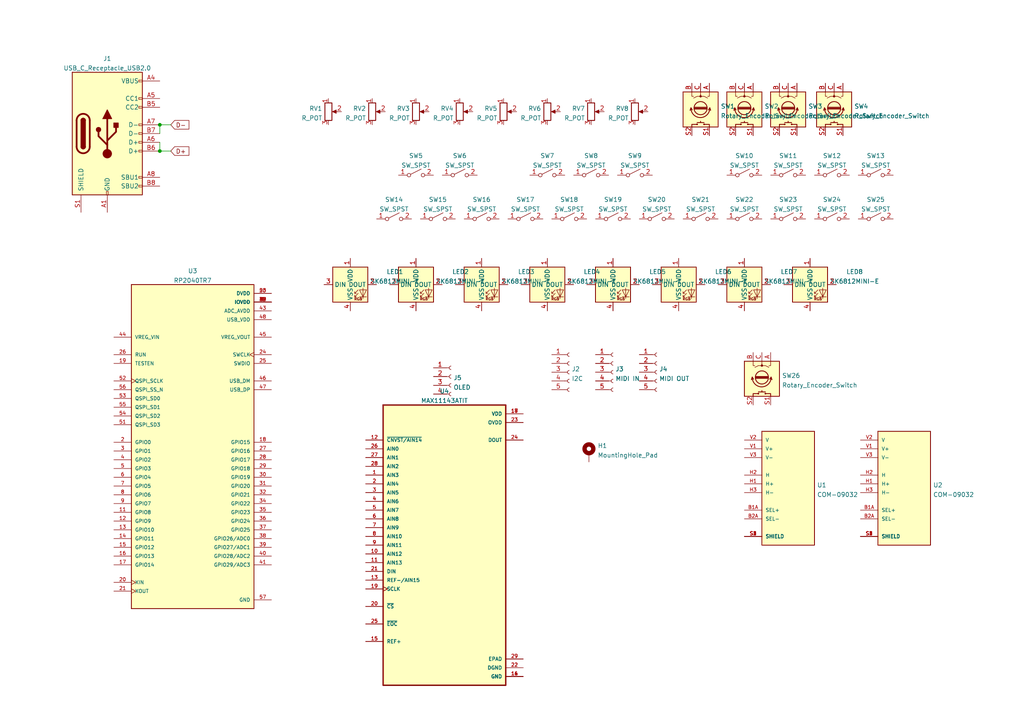
<source format=kicad_sch>
(kicad_sch (version 20211123) (generator eeschema)
  (paper "A4")
  (lib_symbols
    (symbol "COM-09032:COM-09032" (pin_names (offset 1.016))
      (property "Reference" "U" (at -7.62 16.002 0))
      (property "Value" "COM-09032" (at -7.62 -20.32 0))
      (symbol "COM-09032_0_0"
        (rectangle (start -7.62 -17.78) (end 7.62 15.24) (stroke (width 0.254)) (fill (type background)))
        (pin passive line (at -12.7 -7.62 0) (length 5.08) (name "SEL+") (number "B1A"))
        (pin passive line (at -12.7 -10.16 0) (length 5.08) (name "SEL-") (number "B2A"))
        (pin passive line (at -12.7 0 0) (length 5.08) (name "H+") (number "H1"))
        (pin passive line (at -12.7 2.54 0) (length 5.08) (name "H") (number "H2"))
        (pin passive line (at -12.7 -2.54 0) (length 5.08) (name "H-") (number "H3"))
        (pin passive line (at -12.7 -15.24 0) (length 5.08) (name "SHIELD") (number "S1"))
        (pin passive line (at -12.7 -15.24 0) (length 5.08) (name "SHIELD") (number "S2"))
        (pin passive line (at -12.7 -15.24 0) (length 5.08) (name "SHIELD") (number "S3"))
        (pin passive line (at -12.7 -15.24 0) (length 5.08) (name "SHIELD") (number "S4"))
        (pin passive line (at -12.7 10.16 0) (length 5.08) (name "V+") (number "V1"))
        (pin passive line (at -12.7 12.7 0) (length 5.08) (name "V") (number "V2"))
        (pin passive line (at -12.7 7.62 0) (length 5.08) (name "V-") (number "V3"))
      )
    )
    (symbol "Connector:Conn_01x04_Female" (pin_names (offset 1.016) hide)
      (property "Reference" "J" (at 0 5.08 0))
      (property "Value" "Conn_01x04_Female" (at 0 -7.62 0))
      (symbol "Conn_01x04_Female_1_1"
        (arc (start 0 -4.572) (mid -0.508 -5.08) (end 0 -5.588) (stroke (width 0.1524)))
        (arc (start 0 -2.032) (mid -0.508 -2.54) (end 0 -3.048) (stroke (width 0.1524)))
        (polyline (pts (xy -1.27 -5.08) (xy -0.508 -5.08)) (stroke (width 0.1524)))
        (polyline (pts (xy -1.27 -2.54) (xy -0.508 -2.54)) (stroke (width 0.1524)))
        (polyline (pts (xy -1.27 0) (xy -0.508 0)) (stroke (width 0.1524)))
        (polyline (pts (xy -1.27 2.54) (xy -0.508 2.54)) (stroke (width 0.1524)))
        (arc (start 0 0.508) (mid -0.508 0) (end 0 -0.508) (stroke (width 0.1524)))
        (arc (start 0 3.048) (mid -0.508 2.54) (end 0 2.032) (stroke (width 0.1524)))
        (pin passive line (at -5.08 2.54 0) (length 3.81) (name "Pin_1") (number "1"))
        (pin passive line (at -5.08 0 0) (length 3.81) (name "Pin_2") (number "2"))
        (pin passive line (at -5.08 -2.54 0) (length 3.81) (name "Pin_3") (number "3"))
        (pin passive line (at -5.08 -5.08 0) (length 3.81) (name "Pin_4") (number "4"))
      )
    )
    (symbol "Connector:Conn_01x05_Female" (pin_names (offset 1.016) hide)
      (property "Reference" "J" (at 0 7.62 0))
      (property "Value" "Conn_01x05_Female" (at 0 -7.62 0))
      (symbol "Conn_01x05_Female_1_1"
        (arc (start 0 -4.572) (mid -0.508 -5.08) (end 0 -5.588) (stroke (width 0.1524)))
        (arc (start 0 -2.032) (mid -0.508 -2.54) (end 0 -3.048) (stroke (width 0.1524)))
        (polyline (pts (xy -1.27 -5.08) (xy -0.508 -5.08)) (stroke (width 0.1524)))
        (polyline (pts (xy -1.27 -2.54) (xy -0.508 -2.54)) (stroke (width 0.1524)))
        (polyline (pts (xy -1.27 0) (xy -0.508 0)) (stroke (width 0.1524)))
        (polyline (pts (xy -1.27 2.54) (xy -0.508 2.54)) (stroke (width 0.1524)))
        (polyline (pts (xy -1.27 5.08) (xy -0.508 5.08)) (stroke (width 0.1524)))
        (arc (start 0 0.508) (mid -0.508 0) (end 0 -0.508) (stroke (width 0.1524)))
        (arc (start 0 3.048) (mid -0.508 2.54) (end 0 2.032) (stroke (width 0.1524)))
        (arc (start 0 5.588) (mid -0.508 5.08) (end 0 4.572) (stroke (width 0.1524)))
        (pin passive line (at -5.08 5.08 0) (length 3.81) (name "Pin_1") (number "1"))
        (pin passive line (at -5.08 2.54 0) (length 3.81) (name "Pin_2") (number "2"))
        (pin passive line (at -5.08 0 0) (length 3.81) (name "Pin_3") (number "3"))
        (pin passive line (at -5.08 -2.54 0) (length 3.81) (name "Pin_4") (number "4"))
        (pin passive line (at -5.08 -5.08 0) (length 3.81) (name "Pin_5") (number "5"))
      )
    )
    (symbol "Connector:USB_C_Receptacle_USB2.0" (pin_names (offset 1.016))
      (property "Reference" "J" (at -10.16 19.05 0))
      (property "Value" "USB_C_Receptacle_USB2.0" (at 19.05 19.05 0))
      (symbol "USB_C_Receptacle_USB2.0_0_0"
        (rectangle (start -0.254 -17.78) (end 0.254 -16.764))
        (rectangle (start 10.16 -14.986) (end 9.144 -15.494))
        (rectangle (start 10.16 -12.446) (end 9.144 -12.954))
        (rectangle (start 10.16 -4.826) (end 9.144 -5.334))
        (rectangle (start 10.16 -2.286) (end 9.144 -2.794))
        (rectangle (start 10.16 0.254) (end 9.144 -0.254))
        (rectangle (start 10.16 2.794) (end 9.144 2.286))
        (rectangle (start 10.16 7.874) (end 9.144 7.366))
        (rectangle (start 10.16 10.414) (end 9.144 9.906))
        (rectangle (start 10.16 15.494) (end 9.144 14.986))
      )
      (symbol "USB_C_Receptacle_USB2.0_0_1"
        (rectangle (start -10.16 17.78) (end 10.16 -17.78) (stroke (width 0.254)) (fill (type background)))
        (arc (start -8.89 -3.81) (mid -6.985 -5.715) (end -5.08 -3.81) (stroke (width 0.508)))
        (arc (start -7.62 -3.81) (mid -6.985 -4.445) (end -6.35 -3.81) (stroke (width 0.254)))
        (arc (start -7.62 -3.81) (mid -6.985 -4.445) (end -6.35 -3.81) (stroke (width 0.254)) (fill (type outline)))
        (rectangle (start -7.62 -3.81) (end -6.35 3.81) (stroke (width 0.254)) (fill (type outline)))
        (arc (start -6.35 3.81) (mid -6.985 4.445) (end -7.62 3.81) (stroke (width 0.254)))
        (arc (start -6.35 3.81) (mid -6.985 4.445) (end -7.62 3.81) (stroke (width 0.254)) (fill (type outline)))
        (arc (start -5.08 3.81) (mid -6.985 5.715) (end -8.89 3.81) (stroke (width 0.508)))
        (circle (center -2.54 1.143) (radius 0.635) (stroke (width 0.254)) (fill (type outline)))
        (circle (center 0 -5.842) (radius 1.27) (fill (type outline)))
        (polyline (pts (xy -8.89 -3.81) (xy -8.89 3.81)) (stroke (width 0.508)))
        (polyline (pts (xy -5.08 3.81) (xy -5.08 -3.81)) (stroke (width 0.508)))
        (polyline (pts (xy 0 -5.842) (xy 0 4.318)) (stroke (width 0.508)))
        (polyline (pts (xy 0 -3.302) (xy -2.54 -0.762) (xy -2.54 0.508)) (stroke (width 0.508)))
        (polyline (pts (xy 0 -2.032) (xy 2.54 0.508) (xy 2.54 1.778)) (stroke (width 0.508)))
        (polyline (pts (xy -1.27 4.318) (xy 0 6.858) (xy 1.27 4.318) (xy -1.27 4.318)) (stroke (width 0.254)) (fill (type outline)))
        (rectangle (start 1.905 1.778) (end 3.175 3.048) (stroke (width 0.254)) (fill (type outline)))
      )
      (symbol "USB_C_Receptacle_USB2.0_1_1"
        (pin passive line (at 0 -22.86 90) (length 5.08) (name "GND") (number "A1"))
        (pin passive line (at 0 -22.86 90) (length 5.08) hide (name "GND") (number "A12"))
        (pin passive line (at 15.24 15.24 180) (length 5.08) (name "VBUS") (number "A4"))
        (pin bidirectional line (at 15.24 10.16 180) (length 5.08) (name "CC1") (number "A5"))
        (pin bidirectional line (at 15.24 -2.54 180) (length 5.08) (name "D+") (number "A6"))
        (pin bidirectional line (at 15.24 2.54 180) (length 5.08) (name "D-") (number "A7"))
        (pin bidirectional line (at 15.24 -12.7 180) (length 5.08) (name "SBU1") (number "A8"))
        (pin passive line (at 15.24 15.24 180) (length 5.08) hide (name "VBUS") (number "A9"))
        (pin passive line (at 0 -22.86 90) (length 5.08) hide (name "GND") (number "B1"))
        (pin passive line (at 0 -22.86 90) (length 5.08) hide (name "GND") (number "B12"))
        (pin passive line (at 15.24 15.24 180) (length 5.08) hide (name "VBUS") (number "B4"))
        (pin bidirectional line (at 15.24 7.62 180) (length 5.08) (name "CC2") (number "B5"))
        (pin bidirectional line (at 15.24 -5.08 180) (length 5.08) (name "D+") (number "B6"))
        (pin bidirectional line (at 15.24 0 180) (length 5.08) (name "D-") (number "B7"))
        (pin bidirectional line (at 15.24 -15.24 180) (length 5.08) (name "SBU2") (number "B8"))
        (pin passive line (at 15.24 15.24 180) (length 5.08) hide (name "VBUS") (number "B9"))
        (pin passive line (at -7.62 -22.86 90) (length 5.08) (name "SHIELD") (number "S1"))
      )
    )
    (symbol "Device:R_POT" (pin_names (offset 1.016) hide)
      (property "Reference" "RV" (at -4.445 0 90))
      (property "Value" "R_POT" (at -2.54 0 90))
      (symbol "R_POT_0_1"
        (polyline (pts (xy 2.54 0) (xy 1.524 0)))
        (polyline (pts (xy 1.143 0) (xy 2.286 0.508) (xy 2.286 -0.508) (xy 1.143 0)) (fill (type outline)))
        (rectangle (start 1.016 2.54) (end -1.016 -2.54) (stroke (width 0.254)))
      )
      (symbol "R_POT_1_1"
        (pin passive line (at 0 3.81 270) (length 1.27) (name "1") (number "1"))
        (pin passive line (at 3.81 0 180) (length 1.27) (name "2") (number "2"))
        (pin passive line (at 0 -3.81 90) (length 1.27) (name "3") (number "3"))
      )
    )
    (symbol "Device:Rotary_Encoder_Switch" (pin_names (offset 0.254) hide)
      (property "Reference" "SW" (at 0 6.604 0))
      (property "Value" "Rotary_Encoder_Switch" (at 0 -6.604 0))
      (symbol "Rotary_Encoder_Switch_0_1"
        (rectangle (start -5.08 5.08) (end 5.08 -5.08) (stroke (width 0.254)) (fill (type background)))
        (circle (center -3.81 0) (radius 0.254) (fill (type outline)))
        (arc (start -0.381 -2.794) (mid 2.3622 -0.0635) (end -0.381 2.667) (stroke (width 0.254)))
        (circle (center -0.381 0) (radius 1.905) (stroke (width 0.254)))
        (polyline (pts (xy -0.635 -1.778) (xy -0.635 1.778)) (stroke (width 0.254)))
        (polyline (pts (xy -0.381 -1.778) (xy -0.381 1.778)) (stroke (width 0.254)))
        (polyline (pts (xy -0.127 1.778) (xy -0.127 -1.778)) (stroke (width 0.254)))
        (polyline (pts (xy 3.81 0) (xy 3.429 0)) (stroke (width 0.254)))
        (polyline (pts (xy 3.81 1.016) (xy 3.81 -1.016)) (stroke (width 0.254)))
        (polyline (pts (xy -5.08 -2.54) (xy -3.81 -2.54) (xy -3.81 -2.032)))
        (polyline (pts (xy -5.08 2.54) (xy -3.81 2.54) (xy -3.81 2.032)))
        (polyline (pts (xy 0.254 -3.048) (xy -0.508 -2.794) (xy 0.127 -2.413)) (stroke (width 0.254)))
        (polyline (pts (xy 0.254 2.921) (xy -0.508 2.667) (xy 0.127 2.286)) (stroke (width 0.254)))
        (polyline (pts (xy 5.08 -2.54) (xy 4.318 -2.54) (xy 4.318 -1.016)) (stroke (width 0.254)))
        (polyline (pts (xy 5.08 2.54) (xy 4.318 2.54) (xy 4.318 1.016)) (stroke (width 0.254)))
        (polyline (pts (xy -5.08 0) (xy -3.81 0) (xy -3.81 -1.016) (xy -3.302 -2.032)))
        (polyline (pts (xy -4.318 0) (xy -3.81 0) (xy -3.81 1.016) (xy -3.302 2.032)))
        (circle (center 4.318 -1.016) (radius 0.127) (stroke (width 0.254)))
        (circle (center 4.318 1.016) (radius 0.127) (stroke (width 0.254)))
      )
      (symbol "Rotary_Encoder_Switch_1_1"
        (pin passive line (at -7.62 2.54 0) (length 2.54) (name "A") (number "A"))
        (pin passive line (at -7.62 -2.54 0) (length 2.54) (name "B") (number "B"))
        (pin passive line (at -7.62 0 0) (length 2.54) (name "C") (number "C"))
        (pin passive line (at 7.62 2.54 180) (length 2.54) (name "S1") (number "S1"))
        (pin passive line (at 7.62 -2.54 180) (length 2.54) (name "S2") (number "S2"))
      )
    )
    (symbol "MAX11143ATIT:MAX11143ATIT" (pin_names (offset 1.016))
      (property "Reference" "U" (at -17.78 41.6306 0))
      (property "Value" "MAX11143ATIT" (at -17.78 -44.6278 0))
      (symbol "MAX11143ATIT_0_0"
        (rectangle (start -17.78 -40.64) (end 17.78 40.64) (stroke (width 0.4064)) (fill (type background)))
        (pin input line (at -22.86 20.32 0) (length 5.08) (name "AIN3") (number "1"))
        (pin input line (at -22.86 -2.54 0) (length 5.08) (name "AIN12") (number "10"))
        (pin input line (at -22.86 -5.08 0) (length 5.08) (name "AIN13") (number "11"))
        (pin input line (at -22.86 30.48 0) (length 5.08) (name "~{CNVST/AIN14}") (number "12"))
        (pin input line (at -22.86 -10.16 0) (length 5.08) (name "REF-/AIN15") (number "13"))
        (pin power_in line (at 22.86 -38.1 180) (length 5.08) (name "GND") (number "14"))
        (pin bidirectional line (at -22.86 -27.94 0) (length 5.08) (name "REF+") (number "15"))
        (pin power_in line (at 22.86 -38.1 180) (length 5.08) (name "GND") (number "16"))
        (pin power_in line (at 22.86 38.1 180) (length 5.08) (name "VDD") (number "17"))
        (pin power_in line (at 22.86 38.1 180) (length 5.08) (name "VDD") (number "18"))
        (pin input clock (at -22.86 -12.7 0) (length 5.08) (name "SCLK") (number "19"))
        (pin input line (at -22.86 17.78 0) (length 5.08) (name "AIN4") (number "2"))
        (pin bidirectional line (at -22.86 -17.78 0) (length 5.08) (name "~{CS}") (number "20"))
        (pin input line (at -22.86 -7.62 0) (length 5.08) (name "DIN") (number "21"))
        (pin power_in line (at 22.86 -35.56 180) (length 5.08) (name "DGND") (number "22"))
        (pin power_in line (at 22.86 35.56 180) (length 5.08) (name "OVDD") (number "23"))
        (pin output line (at 22.86 30.48 180) (length 5.08) (name "DOUT") (number "24"))
        (pin bidirectional line (at -22.86 -22.86 0) (length 5.08) (name "~{EOC}") (number "25"))
        (pin input line (at -22.86 27.94 0) (length 5.08) (name "AIN0") (number "26"))
        (pin input line (at -22.86 25.4 0) (length 5.08) (name "AIN1") (number "27"))
        (pin input line (at -22.86 22.86 0) (length 5.08) (name "AIN2") (number "28"))
        (pin power_in line (at 22.86 -33.02 180) (length 5.08) (name "EPAD") (number "29"))
        (pin input line (at -22.86 15.24 0) (length 5.08) (name "AIN5") (number "3"))
        (pin input line (at -22.86 12.7 0) (length 5.08) (name "AIN6") (number "4"))
        (pin input line (at -22.86 10.16 0) (length 5.08) (name "AIN7") (number "5"))
        (pin input line (at -22.86 7.62 0) (length 5.08) (name "AIN8") (number "6"))
        (pin input line (at -22.86 5.08 0) (length 5.08) (name "AIN9") (number "7"))
        (pin input line (at -22.86 2.54 0) (length 5.08) (name "AIN10") (number "8"))
        (pin input line (at -22.86 0 0) (length 5.08) (name "AIN11") (number "9"))
      )
    )
    (symbol "Mechanical:MountingHole_Pad" (pin_numbers hide) (pin_names (offset 1.016) hide)
      (property "Reference" "H" (at 0 6.35 0))
      (property "Value" "MountingHole_Pad" (at 0 4.445 0))
      (symbol "MountingHole_Pad_0_1"
        (circle (center 0 1.27) (radius 1.27) (stroke (width 1.27)))
      )
      (symbol "MountingHole_Pad_1_1"
        (pin input line (at 0 -2.54 90) (length 2.54) (name "1") (number "1"))
      )
    )
    (symbol "RP2040TR7:RP2040TR7" (pin_names (offset 1.016))
      (property "Reference" "U" (at -17.78 46.99 0))
      (property "Value" "RP2040TR7" (at -17.526 -51.562 0))
      (symbol "RP2040TR7_0_0"
        (rectangle (start -17.78 -48.26) (end 17.78 45.72) (stroke (width 0.254)) (fill (type background)))
        (pin power_in line (at 22.86 40.64 180) (length 5.08) (name "IOVDD") (number "1"))
        (pin power_in line (at 22.86 40.64 180) (length 5.08) (name "IOVDD") (number "10"))
        (pin bidirectional line (at -22.86 -20.32 0) (length 5.08) (name "GPIO8") (number "11"))
        (pin bidirectional line (at -22.86 -22.86 0) (length 5.08) (name "GPIO9") (number "12"))
        (pin bidirectional line (at -22.86 -25.4 0) (length 5.08) (name "GPIO10") (number "13"))
        (pin bidirectional line (at -22.86 -27.94 0) (length 5.08) (name "GPIO11") (number "14"))
        (pin bidirectional line (at -22.86 -30.48 0) (length 5.08) (name "GPIO12") (number "15"))
        (pin bidirectional line (at -22.86 -33.02 0) (length 5.08) (name "GPIO13") (number "16"))
        (pin bidirectional line (at -22.86 -35.56 0) (length 5.08) (name "GPIO14") (number "17"))
        (pin bidirectional line (at 22.86 0 180) (length 5.08) (name "GPIO15") (number "18"))
        (pin input line (at -22.86 22.86 0) (length 5.08) (name "TESTEN") (number "19"))
        (pin bidirectional line (at -22.86 0 0) (length 5.08) (name "GPIO0") (number "2"))
        (pin input clock (at -22.86 -40.64 0) (length 5.08) (name "XIN") (number "20"))
        (pin output clock (at -22.86 -43.18 0) (length 5.08) (name "XOUT") (number "21"))
        (pin power_in line (at 22.86 40.64 180) (length 5.08) (name "IOVDD") (number "22"))
        (pin power_in line (at 22.86 43.18 180) (length 5.08) (name "DVDD") (number "23"))
        (pin input clock (at 22.86 25.4 180) (length 5.08) (name "SWCLK") (number "24"))
        (pin bidirectional line (at 22.86 22.86 180) (length 5.08) (name "SWDIO") (number "25"))
        (pin input line (at -22.86 25.4 0) (length 5.08) (name "RUN") (number "26"))
        (pin bidirectional line (at 22.86 -2.54 180) (length 5.08) (name "GPIO16") (number "27"))
        (pin bidirectional line (at 22.86 -5.08 180) (length 5.08) (name "GPIO17") (number "28"))
        (pin bidirectional line (at 22.86 -7.62 180) (length 5.08) (name "GPIO18") (number "29"))
        (pin bidirectional line (at -22.86 -2.54 0) (length 5.08) (name "GPIO1") (number "3"))
        (pin bidirectional line (at 22.86 -10.16 180) (length 5.08) (name "GPIO19") (number "30"))
        (pin bidirectional line (at 22.86 -12.7 180) (length 5.08) (name "GPIO20") (number "31"))
        (pin bidirectional line (at 22.86 -15.24 180) (length 5.08) (name "GPIO21") (number "32"))
        (pin power_in line (at 22.86 40.64 180) (length 5.08) (name "IOVDD") (number "33"))
        (pin bidirectional line (at 22.86 -17.78 180) (length 5.08) (name "GPIO22") (number "34"))
        (pin bidirectional line (at 22.86 -20.32 180) (length 5.08) (name "GPIO23") (number "35"))
        (pin bidirectional line (at 22.86 -22.86 180) (length 5.08) (name "GPIO24") (number "36"))
        (pin bidirectional line (at 22.86 -25.4 180) (length 5.08) (name "GPIO25") (number "37"))
        (pin bidirectional line (at 22.86 -27.94 180) (length 5.08) (name "GPIO26/ADC0") (number "38"))
        (pin bidirectional line (at 22.86 -30.48 180) (length 5.08) (name "GPIO27/ADC1") (number "39"))
        (pin bidirectional line (at -22.86 -5.08 0) (length 5.08) (name "GPIO2") (number "4"))
        (pin bidirectional line (at 22.86 -33.02 180) (length 5.08) (name "GPIO28/ADC2") (number "40"))
        (pin bidirectional line (at 22.86 -35.56 180) (length 5.08) (name "GPIO29/ADC3") (number "41"))
        (pin power_in line (at 22.86 40.64 180) (length 5.08) (name "IOVDD") (number "42"))
        (pin power_in line (at 22.86 38.1 180) (length 5.08) (name "ADC_AVDD") (number "43"))
        (pin input line (at -22.86 30.48 0) (length 5.08) (name "VREG_VIN") (number "44"))
        (pin output line (at 22.86 30.48 180) (length 5.08) (name "VREG_VOUT") (number "45"))
        (pin bidirectional line (at 22.86 17.78 180) (length 5.08) (name "USB_DM") (number "46"))
        (pin bidirectional line (at 22.86 15.24 180) (length 5.08) (name "USB_DP") (number "47"))
        (pin power_in line (at 22.86 35.56 180) (length 5.08) (name "USB_VDD") (number "48"))
        (pin power_in line (at 22.86 40.64 180) (length 5.08) (name "IOVDD") (number "49"))
        (pin bidirectional line (at -22.86 -7.62 0) (length 5.08) (name "GPIO3") (number "5"))
        (pin power_in line (at 22.86 43.18 180) (length 5.08) (name "DVDD") (number "50"))
        (pin bidirectional line (at -22.86 5.08 0) (length 5.08) (name "QSPI_SD3") (number "51"))
        (pin bidirectional clock (at -22.86 17.78 0) (length 5.08) (name "QSPI_SCLK") (number "52"))
        (pin bidirectional line (at -22.86 12.7 0) (length 5.08) (name "QSPI_SD0") (number "53"))
        (pin bidirectional line (at -22.86 7.62 0) (length 5.08) (name "QSPI_SD2") (number "54"))
        (pin bidirectional line (at -22.86 10.16 0) (length 5.08) (name "QSPI_SD1") (number "55"))
        (pin bidirectional line (at -22.86 15.24 0) (length 5.08) (name "QSPI_SS_N") (number "56"))
        (pin power_in line (at 22.86 -45.72 180) (length 5.08) (name "GND") (number "57"))
        (pin bidirectional line (at -22.86 -10.16 0) (length 5.08) (name "GPIO4") (number "6"))
        (pin bidirectional line (at -22.86 -12.7 0) (length 5.08) (name "GPIO5") (number "7"))
        (pin bidirectional line (at -22.86 -15.24 0) (length 5.08) (name "GPIO6") (number "8"))
        (pin bidirectional line (at -22.86 -17.78 0) (length 5.08) (name "GPIO7") (number "9"))
      )
    )
    (symbol "Switch:SW_SPST" (pin_names (offset 0) hide)
      (property "Reference" "SW" (at 0 3.175 0))
      (property "Value" "SW_SPST" (at 0 -2.54 0))
      (symbol "SW_SPST_0_0"
        (circle (center -2.032 0) (radius 0.508))
        (polyline (pts (xy -1.524 0.254) (xy 1.524 1.778)))
        (circle (center 2.032 0) (radius 0.508))
      )
      (symbol "SW_SPST_1_1"
        (pin passive line (at -5.08 0 0) (length 2.54) (name "A") (number "1"))
        (pin passive line (at 5.08 0 180) (length 2.54) (name "B") (number "2"))
      )
    )
    (symbol "marbastlib-various:SK6812MINI-E"
      (property "Reference" "LED" (at 2.54 -6.35 0))
      (property "Value" "SK6812MINI-E" (at 7.62 6.35 0))
      (symbol "SK6812MINI-E_0_0"
        (text "RGB" (at 2.286 -4.191 0) (effects (font (size 0.762 0.762))))
      )
      (symbol "SK6812MINI-E_0_1"
        (polyline (pts (xy 1.27 -3.556) (xy 1.778 -3.556)))
        (polyline (pts (xy 1.27 -2.54) (xy 1.778 -2.54)))
        (polyline (pts (xy 4.699 -3.556) (xy 2.667 -3.556)))
        (polyline (pts (xy 2.286 -2.54) (xy 1.27 -3.556) (xy 1.27 -3.048)))
        (polyline (pts (xy 2.286 -1.524) (xy 1.27 -2.54) (xy 1.27 -2.032)))
        (polyline (pts (xy 3.683 -1.016) (xy 3.683 -3.556) (xy 3.683 -4.064)))
        (polyline (pts (xy 4.699 -1.524) (xy 2.667 -1.524) (xy 3.683 -3.556) (xy 4.699 -1.524)))
        (rectangle (start 5.08 5.08) (end -5.08 -5.08) (stroke (width 0.254)) (fill (type background)))
      )
      (symbol "SK6812MINI-E_1_1"
        (pin power_in line (at 0 7.62 270) (length 2.54) (name "VDD") (number "1"))
        (pin output line (at 7.62 0 180) (length 2.54) (name "DOUT") (number "2"))
        (pin input line (at -7.62 0 0) (length 2.54) (name "DIN") (number "3"))
        (pin power_in line (at 0 -7.62 90) (length 2.54) (name "VSS") (number "4"))
      )
    )
  )
  (junction (at 46.355 43.815))
  (junction (at 46.355 36.195))
  (wire (pts (xy 46.355 41.275) (xy 46.355 43.815)))
  (wire (pts (xy 46.355 36.195) (xy 46.355 38.735)))
  (wire (pts (xy 46.355 43.815) (xy 49.53 43.815)))
  (wire (pts (xy 46.355 36.195) (xy 49.53 36.195)))
  (global_label "D+" (shape input) (at 49.53 43.815 0) (property "Intersheet References" "${INTERSHEET_REFS}" (effects hide)))
  (global_label "D-" (shape input) (at 49.53 36.195 0) (property "Intersheet References" "${INTERSHEET_REFS}" (effects hide)))
  (symbol (lib_id "Device:R_POT") (at 95.25 32.385 0) (unit 1)
    (property "Reference" "RV1" (at 93.4721 31.4765 0) (effects (justify right)))
    (property "Value" "R_POT" (at 93.4721 34.2516 0) (effects (justify right)))
    (property "Footprint" "Potentiometer_THT:Potentiometer_Bourns_PTA2043_Single_Slide" (effects hide))
  )
  (symbol (lib_id "COM-09032:COM-09032") (at 228.6 140.335 0) (unit 1)
    (property "Reference" "U1" (at 236.982 140.6965 0) (effects (justify left)))
    (property "Value" "COM-09032" (at 236.982 143.4716 0) (effects (justify left)))
    (property "Footprint" "SnapEDA Library:XDCR_COM-09032" (effects hide))
    (property "MAXIMUM_PACKAGE_HEIGHT" "30.1mm" (effects hide))
    (property "PARTREV" "N/A" (effects hide))
    (property "MANUFACTURER" "SparkFun Electronics" (effects hide))
    (property "STANDARD" "Manufacturer Recommendations" (effects hide))
  )
  (symbol (lib_id "Switch:SW_SPST") (at 177.8 63.5 0) (unit 1)
    (property "Reference" "SW19" (at 177.8 57.8825 0))
    (property "Value" "SW_SPST" (at 177.8 60.6576 0))
    (property "Footprint" "marbastlib-mx:SW_MX_HS_1u" (effects hide))
  )
  (symbol (lib_id "Switch:SW_SPST") (at 171.45 50.8 0) (unit 1)
    (property "Reference" "SW8" (at 171.45 45.1825 0))
    (property "Value" "SW_SPST" (at 171.45 47.9576 0))
    (property "Footprint" "marbastlib-mx:SW_MX_HS_1u" (effects hide))
  )
  (symbol (lib_id "marbastlib-various:SK6812MINI-E") (at 120.65 82.55 0) (unit 1)
    (property "Reference" "LED2" (at 133.5866 78.8248 0))
    (property "Value" "SK6812MINI-E" (at 133.5866 81.5999 0))
    (property "Footprint" "marbastlib-mx:LED_MX_6028R" (effects hide))
  )
  (symbol (lib_id "Device:R_POT") (at 171.45 32.385 0) (unit 1)
    (property "Reference" "RV7" (at 169.6721 31.4765 0) (effects (justify right)))
    (property "Value" "R_POT" (at 169.6721 34.2516 0) (effects (justify right)))
    (property "Footprint" "Potentiometer_THT:Potentiometer_Bourns_PTA2043_Single_Slide" (effects hide))
  )
  (symbol (lib_id "Switch:SW_SPST") (at 120.65 50.8 0) (unit 1)
    (property "Reference" "SW5" (at 120.65 45.1825 0))
    (property "Value" "SW_SPST" (at 120.65 47.9576 0))
    (property "Footprint" "marbastlib-mx:SW_MX_HS_1u" (effects hide))
  )
  (symbol (lib_id "Switch:SW_SPST") (at 184.15 50.8 0) (unit 1)
    (property "Reference" "SW9" (at 184.15 45.1825 0))
    (property "Value" "SW_SPST" (at 184.15 47.9576 0))
    (property "Footprint" "marbastlib-mx:SW_MX_HS_1u" (effects hide))
  )
  (symbol (lib_id "Switch:SW_SPST") (at 127 63.5 0) (unit 1)
    (property "Reference" "SW15" (at 127 57.8825 0))
    (property "Value" "SW_SPST" (at 127 60.6576 0))
    (property "Footprint" "marbastlib-mx:SW_MX_HS_1u" (effects hide))
  )
  (symbol (lib_id "Switch:SW_SPST") (at 190.5 63.5 0) (unit 1)
    (property "Reference" "SW20" (at 190.5 57.8825 0))
    (property "Value" "SW_SPST" (at 190.5 60.6576 0))
    (property "Footprint" "marbastlib-mx:SW_MX_HS_1u" (effects hide))
  )
  (symbol (lib_id "Switch:SW_SPST") (at 241.3 63.5 0) (unit 1)
    (property "Reference" "SW24" (at 241.3 57.8825 0))
    (property "Value" "SW_SPST" (at 241.3 60.6576 0))
    (property "Footprint" "marbastlib-mx:SW_MX_HS_1u" (effects hide))
  )
  (symbol (lib_id "Switch:SW_SPST") (at 152.4 63.5 0) (unit 1)
    (property "Reference" "SW17" (at 152.4 57.8825 0))
    (property "Value" "SW_SPST" (at 152.4 60.6576 0))
    (property "Footprint" "marbastlib-mx:SW_MX_HS_1u" (effects hide))
  )
  (symbol (lib_id "Connector:Conn_01x05_Female") (at 165.1 107.95 0) (unit 1)
    (property "Reference" "J2" (at 165.8112 107.0415 0) (effects (justify left)))
    (property "Value" "I2C" (at 165.8112 109.8166 0) (effects (justify left)))
    (property "Footprint" "Keebio-Parts:TRRS_Jack" (effects hide))
  )
  (symbol (lib_id "marbastlib-various:SK6812MINI-E") (at 101.6 82.55 0) (unit 1)
    (property "Reference" "LED1" (at 114.5366 78.8248 0))
    (property "Value" "SK6812MINI-E" (at 114.5366 81.5999 0))
    (property "Footprint" "marbastlib-mx:LED_MX_6028R" (effects hide))
  )
  (symbol (lib_id "marbastlib-various:SK6812MINI-E") (at 196.85 82.55 0) (unit 1)
    (property "Reference" "LED6" (at 209.7866 78.8248 0))
    (property "Value" "SK6812MINI-E" (at 209.7866 81.5999 0))
    (property "Footprint" "marbastlib-mx:LED_MX_6028R" (effects hide))
  )
  (symbol (lib_id "Switch:SW_SPST") (at 254 50.8 0) (unit 1)
    (property "Reference" "SW13" (at 254 45.1825 0))
    (property "Value" "SW_SPST" (at 254 47.9576 0))
    (property "Footprint" "marbastlib-mx:SW_MX_HS_1u" (effects hide))
  )
  (symbol (lib_id "marbastlib-various:SK6812MINI-E") (at 215.9 82.55 0) (unit 1)
    (property "Reference" "LED7" (at 228.8366 78.8248 0))
    (property "Value" "SK6812MINI-E" (at 228.8366 81.5999 0))
    (property "Footprint" "marbastlib-mx:LED_MX_6028R" (effects hide))
  )
  (symbol (lib_id "Switch:SW_SPST") (at 203.2 63.5 0) (unit 1)
    (property "Reference" "SW21" (at 203.2 57.8825 0))
    (property "Value" "SW_SPST" (at 203.2 60.6576 0))
    (property "Footprint" "marbastlib-mx:SW_MX_HS_1u" (effects hide))
  )
  (symbol (lib_id "Device:Rotary_Encoder_Switch") (at 228.6 31.75 270) (unit 1)
    (property "Reference" "SW3" (at 234.442 30.8415 90) (effects (justify left)))
    (property "Value" "Rotary_Encoder_Switch" (at 234.442 33.6166 90) (effects (justify left)))
    (property "Footprint" "Keebio-Parts:RotaryEncoder_Alps_EC11E-Switch_Vertical_H20mm" (effects hide))
  )
  (symbol (lib_id "Device:R_POT") (at 158.75 32.385 0) (unit 1)
    (property "Reference" "RV6" (at 156.9721 31.4765 0) (effects (justify right)))
    (property "Value" "R_POT" (at 156.9721 34.2516 0) (effects (justify right)))
    (property "Footprint" "Potentiometer_THT:Potentiometer_Bourns_PTA2043_Single_Slide" (effects hide))
  )
  (symbol (lib_id "Switch:SW_SPST") (at 228.6 63.5 0) (unit 1)
    (property "Reference" "SW23" (at 228.6 57.8825 0))
    (property "Value" "SW_SPST" (at 228.6 60.6576 0))
    (property "Footprint" "marbastlib-mx:SW_MX_HS_1u" (effects hide))
  )
  (symbol (lib_id "Switch:SW_SPST") (at 114.3 63.5 0) (unit 1)
    (property "Reference" "SW14" (at 114.3 57.8825 0))
    (property "Value" "SW_SPST" (at 114.3 60.6576 0))
    (property "Footprint" "marbastlib-mx:SW_MX_HS_1u" (effects hide))
  )
  (symbol (lib_id "Switch:SW_SPST") (at 133.35 50.8 0) (unit 1)
    (property "Reference" "SW6" (at 133.35 45.1825 0))
    (property "Value" "SW_SPST" (at 133.35 47.9576 0))
    (property "Footprint" "marbastlib-mx:SW_MX_HS_1u" (effects hide))
  )
  (symbol (lib_id "Switch:SW_SPST") (at 139.7 63.5 0) (unit 1)
    (property "Reference" "SW16" (at 139.7 57.8825 0))
    (property "Value" "SW_SPST" (at 139.7 60.6576 0))
    (property "Footprint" "marbastlib-mx:SW_MX_HS_1u" (effects hide))
  )
  (symbol (lib_id "Switch:SW_SPST") (at 165.1 63.5 0) (unit 1)
    (property "Reference" "SW18" (at 165.1 57.8825 0))
    (property "Value" "SW_SPST" (at 165.1 60.6576 0))
    (property "Footprint" "marbastlib-mx:SW_MX_HS_1u" (effects hide))
  )
  (symbol (lib_id "marbastlib-various:SK6812MINI-E") (at 234.95 82.55 0) (unit 1)
    (property "Reference" "LED8" (at 247.8866 78.8248 0))
    (property "Value" "SK6812MINI-E" (at 247.8866 81.5999 0))
    (property "Footprint" "marbastlib-mx:LED_MX_6028R" (effects hide))
  )
  (symbol (lib_id "Device:R_POT") (at 120.65 32.385 0) (unit 1)
    (property "Reference" "RV3" (at 118.8721 31.4765 0) (effects (justify right)))
    (property "Value" "R_POT" (at 118.8721 34.2516 0) (effects (justify right)))
    (property "Footprint" "Potentiometer_THT:Potentiometer_Bourns_PTA2043_Single_Slide" (effects hide))
  )
  (symbol (lib_id "marbastlib-various:SK6812MINI-E") (at 177.8 82.55 0) (unit 1)
    (property "Reference" "LED5" (at 190.7366 78.8248 0))
    (property "Value" "SK6812MINI-E" (at 190.7366 81.5999 0))
    (property "Footprint" "marbastlib-mx:LED_MX_6028R" (effects hide))
  )
  (symbol (lib_id "Device:R_POT") (at 146.05 32.385 0) (unit 1)
    (property "Reference" "RV5" (at 144.2721 31.4765 0) (effects (justify right)))
    (property "Value" "R_POT" (at 144.2721 34.2516 0) (effects (justify right)))
    (property "Footprint" "Potentiometer_THT:Potentiometer_Bourns_PTA2043_Single_Slide" (effects hide))
  )
  (symbol (lib_id "Connector:USB_C_Receptacle_USB2.0") (at 31.115 38.735 0) (unit 1)
    (property "Reference" "J1" (at 31.115 16.9885 0))
    (property "Value" "USB_C_Receptacle_USB2.0" (at 31.115 19.7636 0))
    (property "Footprint" "Connector_USB:USB_C_Receptacle_HRO_TYPE-C-31-M-12" (effects hide))
    (property "Datasheet" "https://www.usb.org/sites/default/files/documents/usb_type-c.zip" (effects hide))
  )
  (symbol (lib_id "Mechanical:MountingHole_Pad") (at 170.815 131.445 0) (unit 1)
    (property "Reference" "H1" (at 173.355 129.2665 0) (effects (justify left)))
    (property "Value" "MountingHole_Pad" (at 173.355 132.0416 0) (effects (justify left)))
    (property "Footprint" "kicad:Minivan-reference" (effects hide))
  )
  (symbol (lib_id "Device:Rotary_Encoder_Switch") (at 241.935 31.75 270) (unit 1)
    (property "Reference" "SW4" (at 247.777 30.8415 90) (effects (justify left)))
    (property "Value" "Rotary_Encoder_Switch" (at 247.777 33.6166 90) (effects (justify left)))
    (property "Footprint" "Keebio-Parts:RotaryEncoder_Alps_EC11E-Switch_Vertical_H20mm" (effects hide))
  )
  (symbol (lib_id "MAX11143ATIT:MAX11143ATIT") (at 128.905 158.115 0) (unit 1)
    (property "Reference" "U4" (at 128.905 113.4323 0))
    (property "Value" "MAX11143ATIT" (at 128.905 116.2074 0))
    (property "Footprint" "SnapEDA Library:QFN50P500X500X80-29N" (effects hide))
  )
  (symbol (lib_id "Device:Rotary_Encoder_Switch") (at 220.98 109.855 270) (unit 1)
    (property "Reference" "SW26" (at 226.822 108.9465 90) (effects (justify left)))
    (property "Value" "Rotary_Encoder_Switch" (at 226.822 111.7216 90) (effects (justify left)))
    (property "Footprint" "Keebio-Parts:RotaryEncoder_Alps_EC11E-Switch_Vertical_H20mm" (effects hide))
  )
  (symbol (lib_id "COM-09032:COM-09032") (at 262.255 140.335 0) (unit 1)
    (property "Reference" "U2" (at 270.637 140.6965 0) (effects (justify left)))
    (property "Value" "COM-09032" (at 270.637 143.4716 0) (effects (justify left)))
    (property "Footprint" "SnapEDA Library:XDCR_COM-09032" (effects hide))
    (property "MAXIMUM_PACKAGE_HEIGHT" "30.1mm" (effects hide))
    (property "PARTREV" "N/A" (effects hide))
    (property "MANUFACTURER" "SparkFun Electronics" (effects hide))
    (property "STANDARD" "Manufacturer Recommendations" (effects hide))
  )
  (symbol (lib_id "Switch:SW_SPST") (at 241.3 50.8 0) (unit 1)
    (property "Reference" "SW12" (at 241.3 45.1825 0))
    (property "Value" "SW_SPST" (at 241.3 47.9576 0))
    (property "Footprint" "marbastlib-mx:SW_MX_HS_1u" (effects hide))
  )
  (symbol (lib_id "Switch:SW_SPST") (at 215.9 50.8 0) (unit 1)
    (property "Reference" "SW10" (at 215.9 45.1825 0))
    (property "Value" "SW_SPST" (at 215.9 47.9576 0))
    (property "Footprint" "marbastlib-mx:SW_MX_HS_1u" (effects hide))
  )
  (symbol (lib_id "RP2040TR7:RP2040TR7") (at 55.88 128.27 0) (unit 1)
    (property "Reference" "U3" (at 55.88 78.5835 0))
    (property "Value" "RP2040TR7" (at 55.88 81.3586 0))
    (property "Footprint" "SnapEDA Library:QFN40P700X700X90-57N" (effects hide))
    (property "MAXIMUM_PACKAGE_HEIGHT" "0.9mm" (effects hide))
    (property "STANDARD" "IPC 7351B" (effects hide))
    (property "PARTREV" "1.7.1" (effects hide))
    (property "MANUFACTURER" "Raspberry Pi" (effects hide))
  )
  (symbol (lib_id "Connector:Conn_01x05_Female") (at 190.5 107.95 0) (unit 1)
    (property "Reference" "J4" (at 191.2112 107.0415 0) (effects (justify left)))
    (property "Value" "MIDI OUT" (at 191.2112 109.8166 0) (effects (justify left)))
    (property "Footprint" "Keebio-Parts:TRRS_Jack" (effects hide))
  )
  (symbol (lib_id "Device:R_POT") (at 133.35 32.385 0) (unit 1)
    (property "Reference" "RV4" (at 131.5721 31.4765 0) (effects (justify right)))
    (property "Value" "R_POT" (at 131.5721 34.2516 0) (effects (justify right)))
    (property "Footprint" "Potentiometer_THT:Potentiometer_Bourns_PTA2043_Single_Slide" (effects hide))
  )
  (symbol (lib_id "Connector:Conn_01x04_Female") (at 130.81 109.22 0) (unit 1)
    (property "Reference" "J5" (at 131.5212 109.5815 0) (effects (justify left)))
    (property "Value" "OLED" (at 131.5212 112.3566 0) (effects (justify left)))
    (property "Footprint" "Connector_PinHeader_2.54mm:PinHeader_1x04_P2.54mm_Vertical" (effects hide))
  )
  (symbol (lib_id "Connector:Conn_01x05_Female") (at 177.8 107.95 0) (unit 1)
    (property "Reference" "J3" (at 178.5112 107.0415 0) (effects (justify left)))
    (property "Value" "MIDI IN" (at 178.5112 109.8166 0) (effects (justify left)))
    (property "Footprint" "Keebio-Parts:TRRS_Jack" (effects hide))
  )
  (symbol (lib_id "Device:Rotary_Encoder_Switch") (at 215.9 31.75 270) (unit 1)
    (property "Reference" "SW2" (at 221.742 30.8415 90) (effects (justify left)))
    (property "Value" "Rotary_Encoder_Switch" (at 221.742 33.6166 90) (effects (justify left)))
    (property "Footprint" "Keebio-Parts:RotaryEncoder_Alps_EC11E-Switch_Vertical_H20mm" (effects hide))
  )
  (symbol (lib_id "marbastlib-various:SK6812MINI-E") (at 139.7 82.55 0) (unit 1)
    (property "Reference" "LED3" (at 152.6366 78.8248 0))
    (property "Value" "SK6812MINI-E" (at 152.6366 81.5999 0))
    (property "Footprint" "marbastlib-mx:LED_MX_6028R" (effects hide))
  )
  (symbol (lib_id "Switch:SW_SPST") (at 228.6 50.8 0) (unit 1)
    (property "Reference" "SW11" (at 228.6 45.1825 0))
    (property "Value" "SW_SPST" (at 228.6 47.9576 0))
    (property "Footprint" "marbastlib-mx:SW_MX_HS_1u" (effects hide))
  )
  (symbol (lib_id "Device:R_POT") (at 184.15 32.385 0) (unit 1)
    (property "Reference" "RV8" (at 182.3721 31.4765 0) (effects (justify right)))
    (property "Value" "R_POT" (at 182.3721 34.2516 0) (effects (justify right)))
    (property "Footprint" "Potentiometer_THT:Potentiometer_Bourns_PTA2043_Single_Slide" (effects hide))
  )
  (symbol (lib_id "marbastlib-various:SK6812MINI-E") (at 158.75 82.55 0) (unit 1)
    (property "Reference" "LED4" (at 171.6866 78.8248 0))
    (property "Value" "SK6812MINI-E" (at 171.6866 81.5999 0))
    (property "Footprint" "marbastlib-mx:LED_MX_6028R" (effects hide))
  )
  (symbol (lib_id "Switch:SW_SPST") (at 254 63.5 0) (unit 1)
    (property "Reference" "SW25" (at 254 57.8825 0))
    (property "Value" "SW_SPST" (at 254 60.6576 0))
    (property "Footprint" "marbastlib-mx:SW_MX_HS_1u" (effects hide))
  )
  (symbol (lib_id "Device:Rotary_Encoder_Switch") (at 203.2 31.75 270) (unit 1)
    (property "Reference" "SW1" (at 209.042 30.8415 90) (effects (justify left)))
    (property "Value" "Rotary_Encoder_Switch" (at 209.042 33.6166 90) (effects (justify left)))
    (property "Footprint" "Keebio-Parts:RotaryEncoder_Alps_EC11E-Switch_Vertical_H20mm" (effects hide))
  )
  (symbol (lib_id "Switch:SW_SPST") (at 215.9 63.5 0) (unit 1)
    (property "Reference" "SW22" (at 215.9 57.8825 0))
    (property "Value" "SW_SPST" (at 215.9 60.6576 0))
    (property "Footprint" "marbastlib-mx:SW_MX_HS_1u" (effects hide))
  )
  (symbol (lib_id "Switch:SW_SPST") (at 158.75 50.8 0) (unit 1)
    (property "Reference" "SW7" (at 158.75 45.1825 0))
    (property "Value" "SW_SPST" (at 158.75 47.9576 0))
    (property "Footprint" "marbastlib-mx:SW_MX_HS_1u" (effects hide))
  )
  (symbol (lib_id "Device:R_POT") (at 107.95 32.385 0) (unit 1)
    (property "Reference" "RV2" (at 106.1721 31.4765 0) (effects (justify right)))
    (property "Value" "R_POT" (at 106.1721 34.2516 0) (effects (justify right)))
    (property "Footprint" "Potentiometer_THT:Potentiometer_Bourns_PTA2043_Single_Slide" (effects hide))
  )
)
</source>
